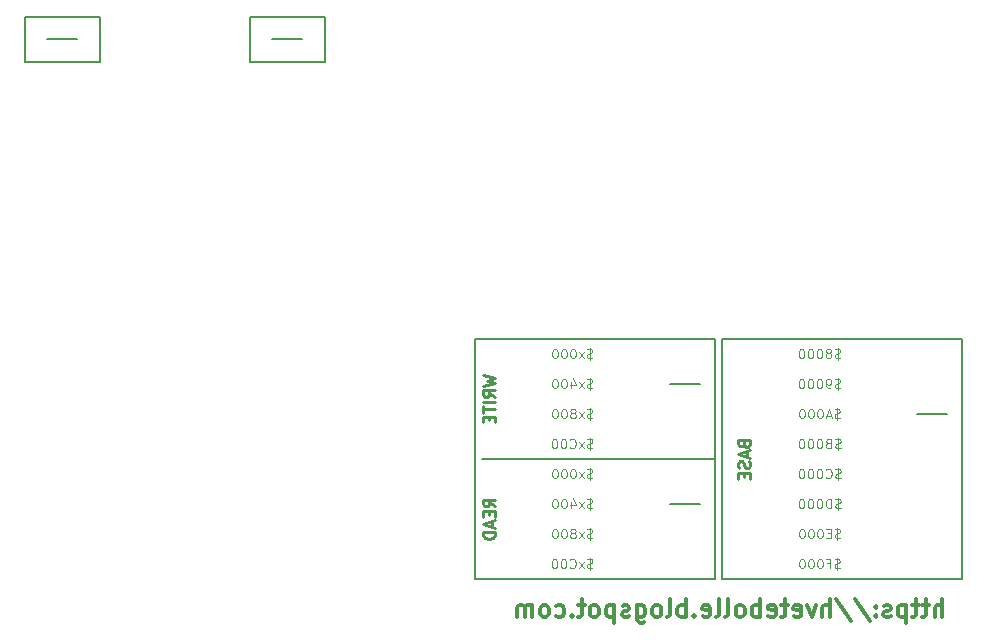
<source format=gbo>
G04 #@! TF.FileFunction,Legend,Bot*
%FSLAX46Y46*%
G04 Gerber Fmt 4.6, Leading zero omitted, Abs format (unit mm)*
G04 Created by KiCad (PCBNEW 4.0.7) date 06/26/19 17:32:02*
%MOMM*%
%LPD*%
G01*
G04 APERTURE LIST*
%ADD10C,0.100000*%
%ADD11C,0.200000*%
%ADD12C,0.250000*%
%ADD13C,0.300000*%
G04 APERTURE END LIST*
D10*
D11*
X93980000Y-90805000D02*
X96520000Y-90805000D01*
X92075000Y-92710000D02*
X92075000Y-88900000D01*
X98425000Y-92710000D02*
X92075000Y-92710000D01*
X98425000Y-88900000D02*
X98425000Y-92710000D01*
X92075000Y-88900000D02*
X98425000Y-88900000D01*
X113030000Y-90805000D02*
X115570000Y-90805000D01*
X111125000Y-88900000D02*
X111125000Y-92710000D01*
X117475000Y-88900000D02*
X111125000Y-88900000D01*
X117475000Y-92710000D02*
X117475000Y-88900000D01*
X111125000Y-92710000D02*
X117475000Y-92710000D01*
X130810000Y-126365000D02*
X150495000Y-126365000D01*
D12*
X131897381Y-130373572D02*
X131421190Y-130040238D01*
X131897381Y-129802143D02*
X130897381Y-129802143D01*
X130897381Y-130183096D01*
X130945000Y-130278334D01*
X130992619Y-130325953D01*
X131087857Y-130373572D01*
X131230714Y-130373572D01*
X131325952Y-130325953D01*
X131373571Y-130278334D01*
X131421190Y-130183096D01*
X131421190Y-129802143D01*
X131373571Y-130802143D02*
X131373571Y-131135477D01*
X131897381Y-131278334D02*
X131897381Y-130802143D01*
X130897381Y-130802143D01*
X130897381Y-131278334D01*
X131611667Y-131659286D02*
X131611667Y-132135477D01*
X131897381Y-131564048D02*
X130897381Y-131897381D01*
X131897381Y-132230715D01*
X131897381Y-132564048D02*
X130897381Y-132564048D01*
X130897381Y-132802143D01*
X130945000Y-132945001D01*
X131040238Y-133040239D01*
X131135476Y-133087858D01*
X131325952Y-133135477D01*
X131468810Y-133135477D01*
X131659286Y-133087858D01*
X131754524Y-133040239D01*
X131849762Y-132945001D01*
X131897381Y-132802143D01*
X131897381Y-132564048D01*
X130897381Y-119285000D02*
X131897381Y-119523095D01*
X131183095Y-119713572D01*
X131897381Y-119904048D01*
X130897381Y-120142143D01*
X131897381Y-121094524D02*
X131421190Y-120761190D01*
X131897381Y-120523095D02*
X130897381Y-120523095D01*
X130897381Y-120904048D01*
X130945000Y-120999286D01*
X130992619Y-121046905D01*
X131087857Y-121094524D01*
X131230714Y-121094524D01*
X131325952Y-121046905D01*
X131373571Y-120999286D01*
X131421190Y-120904048D01*
X131421190Y-120523095D01*
X131897381Y-121523095D02*
X130897381Y-121523095D01*
X130897381Y-121856428D02*
X130897381Y-122427857D01*
X131897381Y-122142142D02*
X130897381Y-122142142D01*
X131373571Y-122761190D02*
X131373571Y-123094524D01*
X131897381Y-123237381D02*
X131897381Y-122761190D01*
X130897381Y-122761190D01*
X130897381Y-123237381D01*
X152963571Y-125079286D02*
X153011190Y-125222143D01*
X153058810Y-125269762D01*
X153154048Y-125317381D01*
X153296905Y-125317381D01*
X153392143Y-125269762D01*
X153439762Y-125222143D01*
X153487381Y-125126905D01*
X153487381Y-124745952D01*
X152487381Y-124745952D01*
X152487381Y-125079286D01*
X152535000Y-125174524D01*
X152582619Y-125222143D01*
X152677857Y-125269762D01*
X152773095Y-125269762D01*
X152868333Y-125222143D01*
X152915952Y-125174524D01*
X152963571Y-125079286D01*
X152963571Y-124745952D01*
X153201667Y-125698333D02*
X153201667Y-126174524D01*
X153487381Y-125603095D02*
X152487381Y-125936428D01*
X153487381Y-126269762D01*
X153439762Y-126555476D02*
X153487381Y-126698333D01*
X153487381Y-126936429D01*
X153439762Y-127031667D01*
X153392143Y-127079286D01*
X153296905Y-127126905D01*
X153201667Y-127126905D01*
X153106429Y-127079286D01*
X153058810Y-127031667D01*
X153011190Y-126936429D01*
X152963571Y-126745952D01*
X152915952Y-126650714D01*
X152868333Y-126603095D01*
X152773095Y-126555476D01*
X152677857Y-126555476D01*
X152582619Y-126603095D01*
X152535000Y-126650714D01*
X152487381Y-126745952D01*
X152487381Y-126984048D01*
X152535000Y-127126905D01*
X152963571Y-127555476D02*
X152963571Y-127888810D01*
X153487381Y-128031667D02*
X153487381Y-127555476D01*
X152487381Y-127555476D01*
X152487381Y-128031667D01*
D11*
X150495000Y-116205000D02*
X130175000Y-116205000D01*
X150495000Y-136525000D02*
X130175000Y-136525000D01*
X171450000Y-136525000D02*
X151130000Y-136525000D01*
X171450000Y-116205000D02*
X171450000Y-136525000D01*
X151130000Y-116205000D02*
X171450000Y-116205000D01*
X151130000Y-136525000D02*
X151130000Y-116205000D01*
X150495000Y-116205000D02*
X150495000Y-136525000D01*
X130175000Y-136525000D02*
X130175000Y-116205000D01*
X171450000Y-116205000D02*
X171450000Y-136525000D01*
X146685000Y-130175000D02*
X149225000Y-130175000D01*
X146685000Y-120015000D02*
X149225000Y-120015000D01*
X167640000Y-122555000D02*
X170180000Y-122555000D01*
D10*
X140144286Y-135578810D02*
X140030000Y-135616905D01*
X139839524Y-135616905D01*
X139763334Y-135578810D01*
X139725238Y-135540714D01*
X139687143Y-135464524D01*
X139687143Y-135388333D01*
X139725238Y-135312143D01*
X139763334Y-135274048D01*
X139839524Y-135235952D01*
X139991905Y-135197857D01*
X140068096Y-135159762D01*
X140106191Y-135121667D01*
X140144286Y-135045476D01*
X140144286Y-134969286D01*
X140106191Y-134893095D01*
X140068096Y-134855000D01*
X139991905Y-134816905D01*
X139801429Y-134816905D01*
X139687143Y-134855000D01*
X139915715Y-134702619D02*
X139915715Y-135731190D01*
X139420476Y-135616905D02*
X139001429Y-135083571D01*
X139420476Y-135083571D02*
X139001429Y-135616905D01*
X138239524Y-135540714D02*
X138277619Y-135578810D01*
X138391905Y-135616905D01*
X138468095Y-135616905D01*
X138582381Y-135578810D01*
X138658572Y-135502619D01*
X138696667Y-135426429D01*
X138734762Y-135274048D01*
X138734762Y-135159762D01*
X138696667Y-135007381D01*
X138658572Y-134931190D01*
X138582381Y-134855000D01*
X138468095Y-134816905D01*
X138391905Y-134816905D01*
X138277619Y-134855000D01*
X138239524Y-134893095D01*
X137744286Y-134816905D02*
X137668095Y-134816905D01*
X137591905Y-134855000D01*
X137553810Y-134893095D01*
X137515714Y-134969286D01*
X137477619Y-135121667D01*
X137477619Y-135312143D01*
X137515714Y-135464524D01*
X137553810Y-135540714D01*
X137591905Y-135578810D01*
X137668095Y-135616905D01*
X137744286Y-135616905D01*
X137820476Y-135578810D01*
X137858572Y-135540714D01*
X137896667Y-135464524D01*
X137934762Y-135312143D01*
X137934762Y-135121667D01*
X137896667Y-134969286D01*
X137858572Y-134893095D01*
X137820476Y-134855000D01*
X137744286Y-134816905D01*
X136982381Y-134816905D02*
X136906190Y-134816905D01*
X136830000Y-134855000D01*
X136791905Y-134893095D01*
X136753809Y-134969286D01*
X136715714Y-135121667D01*
X136715714Y-135312143D01*
X136753809Y-135464524D01*
X136791905Y-135540714D01*
X136830000Y-135578810D01*
X136906190Y-135616905D01*
X136982381Y-135616905D01*
X137058571Y-135578810D01*
X137096667Y-135540714D01*
X137134762Y-135464524D01*
X137172857Y-135312143D01*
X137172857Y-135121667D01*
X137134762Y-134969286D01*
X137096667Y-134893095D01*
X137058571Y-134855000D01*
X136982381Y-134816905D01*
X140125238Y-133038810D02*
X140010952Y-133076905D01*
X139820476Y-133076905D01*
X139744286Y-133038810D01*
X139706190Y-133000714D01*
X139668095Y-132924524D01*
X139668095Y-132848333D01*
X139706190Y-132772143D01*
X139744286Y-132734048D01*
X139820476Y-132695952D01*
X139972857Y-132657857D01*
X140049048Y-132619762D01*
X140087143Y-132581667D01*
X140125238Y-132505476D01*
X140125238Y-132429286D01*
X140087143Y-132353095D01*
X140049048Y-132315000D01*
X139972857Y-132276905D01*
X139782381Y-132276905D01*
X139668095Y-132315000D01*
X139896667Y-132162619D02*
X139896667Y-133191190D01*
X139401428Y-133076905D02*
X138982381Y-132543571D01*
X139401428Y-132543571D02*
X138982381Y-133076905D01*
X138563333Y-132619762D02*
X138639524Y-132581667D01*
X138677619Y-132543571D01*
X138715714Y-132467381D01*
X138715714Y-132429286D01*
X138677619Y-132353095D01*
X138639524Y-132315000D01*
X138563333Y-132276905D01*
X138410952Y-132276905D01*
X138334762Y-132315000D01*
X138296666Y-132353095D01*
X138258571Y-132429286D01*
X138258571Y-132467381D01*
X138296666Y-132543571D01*
X138334762Y-132581667D01*
X138410952Y-132619762D01*
X138563333Y-132619762D01*
X138639524Y-132657857D01*
X138677619Y-132695952D01*
X138715714Y-132772143D01*
X138715714Y-132924524D01*
X138677619Y-133000714D01*
X138639524Y-133038810D01*
X138563333Y-133076905D01*
X138410952Y-133076905D01*
X138334762Y-133038810D01*
X138296666Y-133000714D01*
X138258571Y-132924524D01*
X138258571Y-132772143D01*
X138296666Y-132695952D01*
X138334762Y-132657857D01*
X138410952Y-132619762D01*
X137763333Y-132276905D02*
X137687142Y-132276905D01*
X137610952Y-132315000D01*
X137572857Y-132353095D01*
X137534761Y-132429286D01*
X137496666Y-132581667D01*
X137496666Y-132772143D01*
X137534761Y-132924524D01*
X137572857Y-133000714D01*
X137610952Y-133038810D01*
X137687142Y-133076905D01*
X137763333Y-133076905D01*
X137839523Y-133038810D01*
X137877619Y-133000714D01*
X137915714Y-132924524D01*
X137953809Y-132772143D01*
X137953809Y-132581667D01*
X137915714Y-132429286D01*
X137877619Y-132353095D01*
X137839523Y-132315000D01*
X137763333Y-132276905D01*
X137001428Y-132276905D02*
X136925237Y-132276905D01*
X136849047Y-132315000D01*
X136810952Y-132353095D01*
X136772856Y-132429286D01*
X136734761Y-132581667D01*
X136734761Y-132772143D01*
X136772856Y-132924524D01*
X136810952Y-133000714D01*
X136849047Y-133038810D01*
X136925237Y-133076905D01*
X137001428Y-133076905D01*
X137077618Y-133038810D01*
X137115714Y-133000714D01*
X137153809Y-132924524D01*
X137191904Y-132772143D01*
X137191904Y-132581667D01*
X137153809Y-132429286D01*
X137115714Y-132353095D01*
X137077618Y-132315000D01*
X137001428Y-132276905D01*
X140125238Y-130498810D02*
X140010952Y-130536905D01*
X139820476Y-130536905D01*
X139744286Y-130498810D01*
X139706190Y-130460714D01*
X139668095Y-130384524D01*
X139668095Y-130308333D01*
X139706190Y-130232143D01*
X139744286Y-130194048D01*
X139820476Y-130155952D01*
X139972857Y-130117857D01*
X140049048Y-130079762D01*
X140087143Y-130041667D01*
X140125238Y-129965476D01*
X140125238Y-129889286D01*
X140087143Y-129813095D01*
X140049048Y-129775000D01*
X139972857Y-129736905D01*
X139782381Y-129736905D01*
X139668095Y-129775000D01*
X139896667Y-129622619D02*
X139896667Y-130651190D01*
X139401428Y-130536905D02*
X138982381Y-130003571D01*
X139401428Y-130003571D02*
X138982381Y-130536905D01*
X138334762Y-130003571D02*
X138334762Y-130536905D01*
X138525238Y-129698810D02*
X138715714Y-130270238D01*
X138220476Y-130270238D01*
X137763333Y-129736905D02*
X137687142Y-129736905D01*
X137610952Y-129775000D01*
X137572857Y-129813095D01*
X137534761Y-129889286D01*
X137496666Y-130041667D01*
X137496666Y-130232143D01*
X137534761Y-130384524D01*
X137572857Y-130460714D01*
X137610952Y-130498810D01*
X137687142Y-130536905D01*
X137763333Y-130536905D01*
X137839523Y-130498810D01*
X137877619Y-130460714D01*
X137915714Y-130384524D01*
X137953809Y-130232143D01*
X137953809Y-130041667D01*
X137915714Y-129889286D01*
X137877619Y-129813095D01*
X137839523Y-129775000D01*
X137763333Y-129736905D01*
X137001428Y-129736905D02*
X136925237Y-129736905D01*
X136849047Y-129775000D01*
X136810952Y-129813095D01*
X136772856Y-129889286D01*
X136734761Y-130041667D01*
X136734761Y-130232143D01*
X136772856Y-130384524D01*
X136810952Y-130460714D01*
X136849047Y-130498810D01*
X136925237Y-130536905D01*
X137001428Y-130536905D01*
X137077618Y-130498810D01*
X137115714Y-130460714D01*
X137153809Y-130384524D01*
X137191904Y-130232143D01*
X137191904Y-130041667D01*
X137153809Y-129889286D01*
X137115714Y-129813095D01*
X137077618Y-129775000D01*
X137001428Y-129736905D01*
X140144286Y-125418810D02*
X140030000Y-125456905D01*
X139839524Y-125456905D01*
X139763334Y-125418810D01*
X139725238Y-125380714D01*
X139687143Y-125304524D01*
X139687143Y-125228333D01*
X139725238Y-125152143D01*
X139763334Y-125114048D01*
X139839524Y-125075952D01*
X139991905Y-125037857D01*
X140068096Y-124999762D01*
X140106191Y-124961667D01*
X140144286Y-124885476D01*
X140144286Y-124809286D01*
X140106191Y-124733095D01*
X140068096Y-124695000D01*
X139991905Y-124656905D01*
X139801429Y-124656905D01*
X139687143Y-124695000D01*
X139915715Y-124542619D02*
X139915715Y-125571190D01*
X139420476Y-125456905D02*
X139001429Y-124923571D01*
X139420476Y-124923571D02*
X139001429Y-125456905D01*
X138239524Y-125380714D02*
X138277619Y-125418810D01*
X138391905Y-125456905D01*
X138468095Y-125456905D01*
X138582381Y-125418810D01*
X138658572Y-125342619D01*
X138696667Y-125266429D01*
X138734762Y-125114048D01*
X138734762Y-124999762D01*
X138696667Y-124847381D01*
X138658572Y-124771190D01*
X138582381Y-124695000D01*
X138468095Y-124656905D01*
X138391905Y-124656905D01*
X138277619Y-124695000D01*
X138239524Y-124733095D01*
X137744286Y-124656905D02*
X137668095Y-124656905D01*
X137591905Y-124695000D01*
X137553810Y-124733095D01*
X137515714Y-124809286D01*
X137477619Y-124961667D01*
X137477619Y-125152143D01*
X137515714Y-125304524D01*
X137553810Y-125380714D01*
X137591905Y-125418810D01*
X137668095Y-125456905D01*
X137744286Y-125456905D01*
X137820476Y-125418810D01*
X137858572Y-125380714D01*
X137896667Y-125304524D01*
X137934762Y-125152143D01*
X137934762Y-124961667D01*
X137896667Y-124809286D01*
X137858572Y-124733095D01*
X137820476Y-124695000D01*
X137744286Y-124656905D01*
X136982381Y-124656905D02*
X136906190Y-124656905D01*
X136830000Y-124695000D01*
X136791905Y-124733095D01*
X136753809Y-124809286D01*
X136715714Y-124961667D01*
X136715714Y-125152143D01*
X136753809Y-125304524D01*
X136791905Y-125380714D01*
X136830000Y-125418810D01*
X136906190Y-125456905D01*
X136982381Y-125456905D01*
X137058571Y-125418810D01*
X137096667Y-125380714D01*
X137134762Y-125304524D01*
X137172857Y-125152143D01*
X137172857Y-124961667D01*
X137134762Y-124809286D01*
X137096667Y-124733095D01*
X137058571Y-124695000D01*
X136982381Y-124656905D01*
X140125238Y-122878810D02*
X140010952Y-122916905D01*
X139820476Y-122916905D01*
X139744286Y-122878810D01*
X139706190Y-122840714D01*
X139668095Y-122764524D01*
X139668095Y-122688333D01*
X139706190Y-122612143D01*
X139744286Y-122574048D01*
X139820476Y-122535952D01*
X139972857Y-122497857D01*
X140049048Y-122459762D01*
X140087143Y-122421667D01*
X140125238Y-122345476D01*
X140125238Y-122269286D01*
X140087143Y-122193095D01*
X140049048Y-122155000D01*
X139972857Y-122116905D01*
X139782381Y-122116905D01*
X139668095Y-122155000D01*
X139896667Y-122002619D02*
X139896667Y-123031190D01*
X139401428Y-122916905D02*
X138982381Y-122383571D01*
X139401428Y-122383571D02*
X138982381Y-122916905D01*
X138563333Y-122459762D02*
X138639524Y-122421667D01*
X138677619Y-122383571D01*
X138715714Y-122307381D01*
X138715714Y-122269286D01*
X138677619Y-122193095D01*
X138639524Y-122155000D01*
X138563333Y-122116905D01*
X138410952Y-122116905D01*
X138334762Y-122155000D01*
X138296666Y-122193095D01*
X138258571Y-122269286D01*
X138258571Y-122307381D01*
X138296666Y-122383571D01*
X138334762Y-122421667D01*
X138410952Y-122459762D01*
X138563333Y-122459762D01*
X138639524Y-122497857D01*
X138677619Y-122535952D01*
X138715714Y-122612143D01*
X138715714Y-122764524D01*
X138677619Y-122840714D01*
X138639524Y-122878810D01*
X138563333Y-122916905D01*
X138410952Y-122916905D01*
X138334762Y-122878810D01*
X138296666Y-122840714D01*
X138258571Y-122764524D01*
X138258571Y-122612143D01*
X138296666Y-122535952D01*
X138334762Y-122497857D01*
X138410952Y-122459762D01*
X137763333Y-122116905D02*
X137687142Y-122116905D01*
X137610952Y-122155000D01*
X137572857Y-122193095D01*
X137534761Y-122269286D01*
X137496666Y-122421667D01*
X137496666Y-122612143D01*
X137534761Y-122764524D01*
X137572857Y-122840714D01*
X137610952Y-122878810D01*
X137687142Y-122916905D01*
X137763333Y-122916905D01*
X137839523Y-122878810D01*
X137877619Y-122840714D01*
X137915714Y-122764524D01*
X137953809Y-122612143D01*
X137953809Y-122421667D01*
X137915714Y-122269286D01*
X137877619Y-122193095D01*
X137839523Y-122155000D01*
X137763333Y-122116905D01*
X137001428Y-122116905D02*
X136925237Y-122116905D01*
X136849047Y-122155000D01*
X136810952Y-122193095D01*
X136772856Y-122269286D01*
X136734761Y-122421667D01*
X136734761Y-122612143D01*
X136772856Y-122764524D01*
X136810952Y-122840714D01*
X136849047Y-122878810D01*
X136925237Y-122916905D01*
X137001428Y-122916905D01*
X137077618Y-122878810D01*
X137115714Y-122840714D01*
X137153809Y-122764524D01*
X137191904Y-122612143D01*
X137191904Y-122421667D01*
X137153809Y-122269286D01*
X137115714Y-122193095D01*
X137077618Y-122155000D01*
X137001428Y-122116905D01*
X140125238Y-120338810D02*
X140010952Y-120376905D01*
X139820476Y-120376905D01*
X139744286Y-120338810D01*
X139706190Y-120300714D01*
X139668095Y-120224524D01*
X139668095Y-120148333D01*
X139706190Y-120072143D01*
X139744286Y-120034048D01*
X139820476Y-119995952D01*
X139972857Y-119957857D01*
X140049048Y-119919762D01*
X140087143Y-119881667D01*
X140125238Y-119805476D01*
X140125238Y-119729286D01*
X140087143Y-119653095D01*
X140049048Y-119615000D01*
X139972857Y-119576905D01*
X139782381Y-119576905D01*
X139668095Y-119615000D01*
X139896667Y-119462619D02*
X139896667Y-120491190D01*
X139401428Y-120376905D02*
X138982381Y-119843571D01*
X139401428Y-119843571D02*
X138982381Y-120376905D01*
X138334762Y-119843571D02*
X138334762Y-120376905D01*
X138525238Y-119538810D02*
X138715714Y-120110238D01*
X138220476Y-120110238D01*
X137763333Y-119576905D02*
X137687142Y-119576905D01*
X137610952Y-119615000D01*
X137572857Y-119653095D01*
X137534761Y-119729286D01*
X137496666Y-119881667D01*
X137496666Y-120072143D01*
X137534761Y-120224524D01*
X137572857Y-120300714D01*
X137610952Y-120338810D01*
X137687142Y-120376905D01*
X137763333Y-120376905D01*
X137839523Y-120338810D01*
X137877619Y-120300714D01*
X137915714Y-120224524D01*
X137953809Y-120072143D01*
X137953809Y-119881667D01*
X137915714Y-119729286D01*
X137877619Y-119653095D01*
X137839523Y-119615000D01*
X137763333Y-119576905D01*
X137001428Y-119576905D02*
X136925237Y-119576905D01*
X136849047Y-119615000D01*
X136810952Y-119653095D01*
X136772856Y-119729286D01*
X136734761Y-119881667D01*
X136734761Y-120072143D01*
X136772856Y-120224524D01*
X136810952Y-120300714D01*
X136849047Y-120338810D01*
X136925237Y-120376905D01*
X137001428Y-120376905D01*
X137077618Y-120338810D01*
X137115714Y-120300714D01*
X137153809Y-120224524D01*
X137191904Y-120072143D01*
X137191904Y-119881667D01*
X137153809Y-119729286D01*
X137115714Y-119653095D01*
X137077618Y-119615000D01*
X137001428Y-119576905D01*
X140125238Y-127958810D02*
X140010952Y-127996905D01*
X139820476Y-127996905D01*
X139744286Y-127958810D01*
X139706190Y-127920714D01*
X139668095Y-127844524D01*
X139668095Y-127768333D01*
X139706190Y-127692143D01*
X139744286Y-127654048D01*
X139820476Y-127615952D01*
X139972857Y-127577857D01*
X140049048Y-127539762D01*
X140087143Y-127501667D01*
X140125238Y-127425476D01*
X140125238Y-127349286D01*
X140087143Y-127273095D01*
X140049048Y-127235000D01*
X139972857Y-127196905D01*
X139782381Y-127196905D01*
X139668095Y-127235000D01*
X139896667Y-127082619D02*
X139896667Y-128111190D01*
X139401428Y-127996905D02*
X138982381Y-127463571D01*
X139401428Y-127463571D02*
X138982381Y-127996905D01*
X138525238Y-127196905D02*
X138449047Y-127196905D01*
X138372857Y-127235000D01*
X138334762Y-127273095D01*
X138296666Y-127349286D01*
X138258571Y-127501667D01*
X138258571Y-127692143D01*
X138296666Y-127844524D01*
X138334762Y-127920714D01*
X138372857Y-127958810D01*
X138449047Y-127996905D01*
X138525238Y-127996905D01*
X138601428Y-127958810D01*
X138639524Y-127920714D01*
X138677619Y-127844524D01*
X138715714Y-127692143D01*
X138715714Y-127501667D01*
X138677619Y-127349286D01*
X138639524Y-127273095D01*
X138601428Y-127235000D01*
X138525238Y-127196905D01*
X137763333Y-127196905D02*
X137687142Y-127196905D01*
X137610952Y-127235000D01*
X137572857Y-127273095D01*
X137534761Y-127349286D01*
X137496666Y-127501667D01*
X137496666Y-127692143D01*
X137534761Y-127844524D01*
X137572857Y-127920714D01*
X137610952Y-127958810D01*
X137687142Y-127996905D01*
X137763333Y-127996905D01*
X137839523Y-127958810D01*
X137877619Y-127920714D01*
X137915714Y-127844524D01*
X137953809Y-127692143D01*
X137953809Y-127501667D01*
X137915714Y-127349286D01*
X137877619Y-127273095D01*
X137839523Y-127235000D01*
X137763333Y-127196905D01*
X137001428Y-127196905D02*
X136925237Y-127196905D01*
X136849047Y-127235000D01*
X136810952Y-127273095D01*
X136772856Y-127349286D01*
X136734761Y-127501667D01*
X136734761Y-127692143D01*
X136772856Y-127844524D01*
X136810952Y-127920714D01*
X136849047Y-127958810D01*
X136925237Y-127996905D01*
X137001428Y-127996905D01*
X137077618Y-127958810D01*
X137115714Y-127920714D01*
X137153809Y-127844524D01*
X137191904Y-127692143D01*
X137191904Y-127501667D01*
X137153809Y-127349286D01*
X137115714Y-127273095D01*
X137077618Y-127235000D01*
X137001428Y-127196905D01*
X140125238Y-117798810D02*
X140010952Y-117836905D01*
X139820476Y-117836905D01*
X139744286Y-117798810D01*
X139706190Y-117760714D01*
X139668095Y-117684524D01*
X139668095Y-117608333D01*
X139706190Y-117532143D01*
X139744286Y-117494048D01*
X139820476Y-117455952D01*
X139972857Y-117417857D01*
X140049048Y-117379762D01*
X140087143Y-117341667D01*
X140125238Y-117265476D01*
X140125238Y-117189286D01*
X140087143Y-117113095D01*
X140049048Y-117075000D01*
X139972857Y-117036905D01*
X139782381Y-117036905D01*
X139668095Y-117075000D01*
X139896667Y-116922619D02*
X139896667Y-117951190D01*
X139401428Y-117836905D02*
X138982381Y-117303571D01*
X139401428Y-117303571D02*
X138982381Y-117836905D01*
X138525238Y-117036905D02*
X138449047Y-117036905D01*
X138372857Y-117075000D01*
X138334762Y-117113095D01*
X138296666Y-117189286D01*
X138258571Y-117341667D01*
X138258571Y-117532143D01*
X138296666Y-117684524D01*
X138334762Y-117760714D01*
X138372857Y-117798810D01*
X138449047Y-117836905D01*
X138525238Y-117836905D01*
X138601428Y-117798810D01*
X138639524Y-117760714D01*
X138677619Y-117684524D01*
X138715714Y-117532143D01*
X138715714Y-117341667D01*
X138677619Y-117189286D01*
X138639524Y-117113095D01*
X138601428Y-117075000D01*
X138525238Y-117036905D01*
X137763333Y-117036905D02*
X137687142Y-117036905D01*
X137610952Y-117075000D01*
X137572857Y-117113095D01*
X137534761Y-117189286D01*
X137496666Y-117341667D01*
X137496666Y-117532143D01*
X137534761Y-117684524D01*
X137572857Y-117760714D01*
X137610952Y-117798810D01*
X137687142Y-117836905D01*
X137763333Y-117836905D01*
X137839523Y-117798810D01*
X137877619Y-117760714D01*
X137915714Y-117684524D01*
X137953809Y-117532143D01*
X137953809Y-117341667D01*
X137915714Y-117189286D01*
X137877619Y-117113095D01*
X137839523Y-117075000D01*
X137763333Y-117036905D01*
X137001428Y-117036905D02*
X136925237Y-117036905D01*
X136849047Y-117075000D01*
X136810952Y-117113095D01*
X136772856Y-117189286D01*
X136734761Y-117341667D01*
X136734761Y-117532143D01*
X136772856Y-117684524D01*
X136810952Y-117760714D01*
X136849047Y-117798810D01*
X136925237Y-117836905D01*
X137001428Y-117836905D01*
X137077618Y-117798810D01*
X137115714Y-117760714D01*
X137153809Y-117684524D01*
X137191904Y-117532143D01*
X137191904Y-117341667D01*
X137153809Y-117189286D01*
X137115714Y-117113095D01*
X137077618Y-117075000D01*
X137001428Y-117036905D01*
X161099286Y-135578810D02*
X160985000Y-135616905D01*
X160794524Y-135616905D01*
X160718334Y-135578810D01*
X160680238Y-135540714D01*
X160642143Y-135464524D01*
X160642143Y-135388333D01*
X160680238Y-135312143D01*
X160718334Y-135274048D01*
X160794524Y-135235952D01*
X160946905Y-135197857D01*
X161023096Y-135159762D01*
X161061191Y-135121667D01*
X161099286Y-135045476D01*
X161099286Y-134969286D01*
X161061191Y-134893095D01*
X161023096Y-134855000D01*
X160946905Y-134816905D01*
X160756429Y-134816905D01*
X160642143Y-134855000D01*
X160870715Y-134702619D02*
X160870715Y-135731190D01*
X160032619Y-135197857D02*
X160299286Y-135197857D01*
X160299286Y-135616905D02*
X160299286Y-134816905D01*
X159918333Y-134816905D01*
X159461191Y-134816905D02*
X159385000Y-134816905D01*
X159308810Y-134855000D01*
X159270715Y-134893095D01*
X159232619Y-134969286D01*
X159194524Y-135121667D01*
X159194524Y-135312143D01*
X159232619Y-135464524D01*
X159270715Y-135540714D01*
X159308810Y-135578810D01*
X159385000Y-135616905D01*
X159461191Y-135616905D01*
X159537381Y-135578810D01*
X159575477Y-135540714D01*
X159613572Y-135464524D01*
X159651667Y-135312143D01*
X159651667Y-135121667D01*
X159613572Y-134969286D01*
X159575477Y-134893095D01*
X159537381Y-134855000D01*
X159461191Y-134816905D01*
X158699286Y-134816905D02*
X158623095Y-134816905D01*
X158546905Y-134855000D01*
X158508810Y-134893095D01*
X158470714Y-134969286D01*
X158432619Y-135121667D01*
X158432619Y-135312143D01*
X158470714Y-135464524D01*
X158508810Y-135540714D01*
X158546905Y-135578810D01*
X158623095Y-135616905D01*
X158699286Y-135616905D01*
X158775476Y-135578810D01*
X158813572Y-135540714D01*
X158851667Y-135464524D01*
X158889762Y-135312143D01*
X158889762Y-135121667D01*
X158851667Y-134969286D01*
X158813572Y-134893095D01*
X158775476Y-134855000D01*
X158699286Y-134816905D01*
X157937381Y-134816905D02*
X157861190Y-134816905D01*
X157785000Y-134855000D01*
X157746905Y-134893095D01*
X157708809Y-134969286D01*
X157670714Y-135121667D01*
X157670714Y-135312143D01*
X157708809Y-135464524D01*
X157746905Y-135540714D01*
X157785000Y-135578810D01*
X157861190Y-135616905D01*
X157937381Y-135616905D01*
X158013571Y-135578810D01*
X158051667Y-135540714D01*
X158089762Y-135464524D01*
X158127857Y-135312143D01*
X158127857Y-135121667D01*
X158089762Y-134969286D01*
X158051667Y-134893095D01*
X158013571Y-134855000D01*
X157937381Y-134816905D01*
X161118334Y-133038810D02*
X161004048Y-133076905D01*
X160813572Y-133076905D01*
X160737382Y-133038810D01*
X160699286Y-133000714D01*
X160661191Y-132924524D01*
X160661191Y-132848333D01*
X160699286Y-132772143D01*
X160737382Y-132734048D01*
X160813572Y-132695952D01*
X160965953Y-132657857D01*
X161042144Y-132619762D01*
X161080239Y-132581667D01*
X161118334Y-132505476D01*
X161118334Y-132429286D01*
X161080239Y-132353095D01*
X161042144Y-132315000D01*
X160965953Y-132276905D01*
X160775477Y-132276905D01*
X160661191Y-132315000D01*
X160889763Y-132162619D02*
X160889763Y-133191190D01*
X160318334Y-132657857D02*
X160051667Y-132657857D01*
X159937381Y-133076905D02*
X160318334Y-133076905D01*
X160318334Y-132276905D01*
X159937381Y-132276905D01*
X159442143Y-132276905D02*
X159365952Y-132276905D01*
X159289762Y-132315000D01*
X159251667Y-132353095D01*
X159213571Y-132429286D01*
X159175476Y-132581667D01*
X159175476Y-132772143D01*
X159213571Y-132924524D01*
X159251667Y-133000714D01*
X159289762Y-133038810D01*
X159365952Y-133076905D01*
X159442143Y-133076905D01*
X159518333Y-133038810D01*
X159556429Y-133000714D01*
X159594524Y-132924524D01*
X159632619Y-132772143D01*
X159632619Y-132581667D01*
X159594524Y-132429286D01*
X159556429Y-132353095D01*
X159518333Y-132315000D01*
X159442143Y-132276905D01*
X158680238Y-132276905D02*
X158604047Y-132276905D01*
X158527857Y-132315000D01*
X158489762Y-132353095D01*
X158451666Y-132429286D01*
X158413571Y-132581667D01*
X158413571Y-132772143D01*
X158451666Y-132924524D01*
X158489762Y-133000714D01*
X158527857Y-133038810D01*
X158604047Y-133076905D01*
X158680238Y-133076905D01*
X158756428Y-133038810D01*
X158794524Y-133000714D01*
X158832619Y-132924524D01*
X158870714Y-132772143D01*
X158870714Y-132581667D01*
X158832619Y-132429286D01*
X158794524Y-132353095D01*
X158756428Y-132315000D01*
X158680238Y-132276905D01*
X157918333Y-132276905D02*
X157842142Y-132276905D01*
X157765952Y-132315000D01*
X157727857Y-132353095D01*
X157689761Y-132429286D01*
X157651666Y-132581667D01*
X157651666Y-132772143D01*
X157689761Y-132924524D01*
X157727857Y-133000714D01*
X157765952Y-133038810D01*
X157842142Y-133076905D01*
X157918333Y-133076905D01*
X157994523Y-133038810D01*
X158032619Y-133000714D01*
X158070714Y-132924524D01*
X158108809Y-132772143D01*
X158108809Y-132581667D01*
X158070714Y-132429286D01*
X158032619Y-132353095D01*
X157994523Y-132315000D01*
X157918333Y-132276905D01*
X161156429Y-130498810D02*
X161042143Y-130536905D01*
X160851667Y-130536905D01*
X160775477Y-130498810D01*
X160737381Y-130460714D01*
X160699286Y-130384524D01*
X160699286Y-130308333D01*
X160737381Y-130232143D01*
X160775477Y-130194048D01*
X160851667Y-130155952D01*
X161004048Y-130117857D01*
X161080239Y-130079762D01*
X161118334Y-130041667D01*
X161156429Y-129965476D01*
X161156429Y-129889286D01*
X161118334Y-129813095D01*
X161080239Y-129775000D01*
X161004048Y-129736905D01*
X160813572Y-129736905D01*
X160699286Y-129775000D01*
X160927858Y-129622619D02*
X160927858Y-130651190D01*
X160356429Y-130536905D02*
X160356429Y-129736905D01*
X160165953Y-129736905D01*
X160051667Y-129775000D01*
X159975476Y-129851190D01*
X159937381Y-129927381D01*
X159899286Y-130079762D01*
X159899286Y-130194048D01*
X159937381Y-130346429D01*
X159975476Y-130422619D01*
X160051667Y-130498810D01*
X160165953Y-130536905D01*
X160356429Y-130536905D01*
X159404048Y-129736905D02*
X159327857Y-129736905D01*
X159251667Y-129775000D01*
X159213572Y-129813095D01*
X159175476Y-129889286D01*
X159137381Y-130041667D01*
X159137381Y-130232143D01*
X159175476Y-130384524D01*
X159213572Y-130460714D01*
X159251667Y-130498810D01*
X159327857Y-130536905D01*
X159404048Y-130536905D01*
X159480238Y-130498810D01*
X159518334Y-130460714D01*
X159556429Y-130384524D01*
X159594524Y-130232143D01*
X159594524Y-130041667D01*
X159556429Y-129889286D01*
X159518334Y-129813095D01*
X159480238Y-129775000D01*
X159404048Y-129736905D01*
X158642143Y-129736905D02*
X158565952Y-129736905D01*
X158489762Y-129775000D01*
X158451667Y-129813095D01*
X158413571Y-129889286D01*
X158375476Y-130041667D01*
X158375476Y-130232143D01*
X158413571Y-130384524D01*
X158451667Y-130460714D01*
X158489762Y-130498810D01*
X158565952Y-130536905D01*
X158642143Y-130536905D01*
X158718333Y-130498810D01*
X158756429Y-130460714D01*
X158794524Y-130384524D01*
X158832619Y-130232143D01*
X158832619Y-130041667D01*
X158794524Y-129889286D01*
X158756429Y-129813095D01*
X158718333Y-129775000D01*
X158642143Y-129736905D01*
X157880238Y-129736905D02*
X157804047Y-129736905D01*
X157727857Y-129775000D01*
X157689762Y-129813095D01*
X157651666Y-129889286D01*
X157613571Y-130041667D01*
X157613571Y-130232143D01*
X157651666Y-130384524D01*
X157689762Y-130460714D01*
X157727857Y-130498810D01*
X157804047Y-130536905D01*
X157880238Y-130536905D01*
X157956428Y-130498810D01*
X157994524Y-130460714D01*
X158032619Y-130384524D01*
X158070714Y-130232143D01*
X158070714Y-130041667D01*
X158032619Y-129889286D01*
X157994524Y-129813095D01*
X157956428Y-129775000D01*
X157880238Y-129736905D01*
X161156429Y-127958810D02*
X161042143Y-127996905D01*
X160851667Y-127996905D01*
X160775477Y-127958810D01*
X160737381Y-127920714D01*
X160699286Y-127844524D01*
X160699286Y-127768333D01*
X160737381Y-127692143D01*
X160775477Y-127654048D01*
X160851667Y-127615952D01*
X161004048Y-127577857D01*
X161080239Y-127539762D01*
X161118334Y-127501667D01*
X161156429Y-127425476D01*
X161156429Y-127349286D01*
X161118334Y-127273095D01*
X161080239Y-127235000D01*
X161004048Y-127196905D01*
X160813572Y-127196905D01*
X160699286Y-127235000D01*
X160927858Y-127082619D02*
X160927858Y-128111190D01*
X159899286Y-127920714D02*
X159937381Y-127958810D01*
X160051667Y-127996905D01*
X160127857Y-127996905D01*
X160242143Y-127958810D01*
X160318334Y-127882619D01*
X160356429Y-127806429D01*
X160394524Y-127654048D01*
X160394524Y-127539762D01*
X160356429Y-127387381D01*
X160318334Y-127311190D01*
X160242143Y-127235000D01*
X160127857Y-127196905D01*
X160051667Y-127196905D01*
X159937381Y-127235000D01*
X159899286Y-127273095D01*
X159404048Y-127196905D02*
X159327857Y-127196905D01*
X159251667Y-127235000D01*
X159213572Y-127273095D01*
X159175476Y-127349286D01*
X159137381Y-127501667D01*
X159137381Y-127692143D01*
X159175476Y-127844524D01*
X159213572Y-127920714D01*
X159251667Y-127958810D01*
X159327857Y-127996905D01*
X159404048Y-127996905D01*
X159480238Y-127958810D01*
X159518334Y-127920714D01*
X159556429Y-127844524D01*
X159594524Y-127692143D01*
X159594524Y-127501667D01*
X159556429Y-127349286D01*
X159518334Y-127273095D01*
X159480238Y-127235000D01*
X159404048Y-127196905D01*
X158642143Y-127196905D02*
X158565952Y-127196905D01*
X158489762Y-127235000D01*
X158451667Y-127273095D01*
X158413571Y-127349286D01*
X158375476Y-127501667D01*
X158375476Y-127692143D01*
X158413571Y-127844524D01*
X158451667Y-127920714D01*
X158489762Y-127958810D01*
X158565952Y-127996905D01*
X158642143Y-127996905D01*
X158718333Y-127958810D01*
X158756429Y-127920714D01*
X158794524Y-127844524D01*
X158832619Y-127692143D01*
X158832619Y-127501667D01*
X158794524Y-127349286D01*
X158756429Y-127273095D01*
X158718333Y-127235000D01*
X158642143Y-127196905D01*
X157880238Y-127196905D02*
X157804047Y-127196905D01*
X157727857Y-127235000D01*
X157689762Y-127273095D01*
X157651666Y-127349286D01*
X157613571Y-127501667D01*
X157613571Y-127692143D01*
X157651666Y-127844524D01*
X157689762Y-127920714D01*
X157727857Y-127958810D01*
X157804047Y-127996905D01*
X157880238Y-127996905D01*
X157956428Y-127958810D01*
X157994524Y-127920714D01*
X158032619Y-127844524D01*
X158070714Y-127692143D01*
X158070714Y-127501667D01*
X158032619Y-127349286D01*
X157994524Y-127273095D01*
X157956428Y-127235000D01*
X157880238Y-127196905D01*
X161156429Y-125418810D02*
X161042143Y-125456905D01*
X160851667Y-125456905D01*
X160775477Y-125418810D01*
X160737381Y-125380714D01*
X160699286Y-125304524D01*
X160699286Y-125228333D01*
X160737381Y-125152143D01*
X160775477Y-125114048D01*
X160851667Y-125075952D01*
X161004048Y-125037857D01*
X161080239Y-124999762D01*
X161118334Y-124961667D01*
X161156429Y-124885476D01*
X161156429Y-124809286D01*
X161118334Y-124733095D01*
X161080239Y-124695000D01*
X161004048Y-124656905D01*
X160813572Y-124656905D01*
X160699286Y-124695000D01*
X160927858Y-124542619D02*
X160927858Y-125571190D01*
X160089762Y-125037857D02*
X159975476Y-125075952D01*
X159937381Y-125114048D01*
X159899286Y-125190238D01*
X159899286Y-125304524D01*
X159937381Y-125380714D01*
X159975476Y-125418810D01*
X160051667Y-125456905D01*
X160356429Y-125456905D01*
X160356429Y-124656905D01*
X160089762Y-124656905D01*
X160013572Y-124695000D01*
X159975476Y-124733095D01*
X159937381Y-124809286D01*
X159937381Y-124885476D01*
X159975476Y-124961667D01*
X160013572Y-124999762D01*
X160089762Y-125037857D01*
X160356429Y-125037857D01*
X159404048Y-124656905D02*
X159327857Y-124656905D01*
X159251667Y-124695000D01*
X159213572Y-124733095D01*
X159175476Y-124809286D01*
X159137381Y-124961667D01*
X159137381Y-125152143D01*
X159175476Y-125304524D01*
X159213572Y-125380714D01*
X159251667Y-125418810D01*
X159327857Y-125456905D01*
X159404048Y-125456905D01*
X159480238Y-125418810D01*
X159518334Y-125380714D01*
X159556429Y-125304524D01*
X159594524Y-125152143D01*
X159594524Y-124961667D01*
X159556429Y-124809286D01*
X159518334Y-124733095D01*
X159480238Y-124695000D01*
X159404048Y-124656905D01*
X158642143Y-124656905D02*
X158565952Y-124656905D01*
X158489762Y-124695000D01*
X158451667Y-124733095D01*
X158413571Y-124809286D01*
X158375476Y-124961667D01*
X158375476Y-125152143D01*
X158413571Y-125304524D01*
X158451667Y-125380714D01*
X158489762Y-125418810D01*
X158565952Y-125456905D01*
X158642143Y-125456905D01*
X158718333Y-125418810D01*
X158756429Y-125380714D01*
X158794524Y-125304524D01*
X158832619Y-125152143D01*
X158832619Y-124961667D01*
X158794524Y-124809286D01*
X158756429Y-124733095D01*
X158718333Y-124695000D01*
X158642143Y-124656905D01*
X157880238Y-124656905D02*
X157804047Y-124656905D01*
X157727857Y-124695000D01*
X157689762Y-124733095D01*
X157651666Y-124809286D01*
X157613571Y-124961667D01*
X157613571Y-125152143D01*
X157651666Y-125304524D01*
X157689762Y-125380714D01*
X157727857Y-125418810D01*
X157804047Y-125456905D01*
X157880238Y-125456905D01*
X157956428Y-125418810D01*
X157994524Y-125380714D01*
X158032619Y-125304524D01*
X158070714Y-125152143D01*
X158070714Y-124961667D01*
X158032619Y-124809286D01*
X157994524Y-124733095D01*
X157956428Y-124695000D01*
X157880238Y-124656905D01*
X161099286Y-122878810D02*
X160985000Y-122916905D01*
X160794524Y-122916905D01*
X160718334Y-122878810D01*
X160680238Y-122840714D01*
X160642143Y-122764524D01*
X160642143Y-122688333D01*
X160680238Y-122612143D01*
X160718334Y-122574048D01*
X160794524Y-122535952D01*
X160946905Y-122497857D01*
X161023096Y-122459762D01*
X161061191Y-122421667D01*
X161099286Y-122345476D01*
X161099286Y-122269286D01*
X161061191Y-122193095D01*
X161023096Y-122155000D01*
X160946905Y-122116905D01*
X160756429Y-122116905D01*
X160642143Y-122155000D01*
X160870715Y-122002619D02*
X160870715Y-123031190D01*
X160337381Y-122688333D02*
X159956429Y-122688333D01*
X160413572Y-122916905D02*
X160146905Y-122116905D01*
X159880238Y-122916905D01*
X159461191Y-122116905D02*
X159385000Y-122116905D01*
X159308810Y-122155000D01*
X159270715Y-122193095D01*
X159232619Y-122269286D01*
X159194524Y-122421667D01*
X159194524Y-122612143D01*
X159232619Y-122764524D01*
X159270715Y-122840714D01*
X159308810Y-122878810D01*
X159385000Y-122916905D01*
X159461191Y-122916905D01*
X159537381Y-122878810D01*
X159575477Y-122840714D01*
X159613572Y-122764524D01*
X159651667Y-122612143D01*
X159651667Y-122421667D01*
X159613572Y-122269286D01*
X159575477Y-122193095D01*
X159537381Y-122155000D01*
X159461191Y-122116905D01*
X158699286Y-122116905D02*
X158623095Y-122116905D01*
X158546905Y-122155000D01*
X158508810Y-122193095D01*
X158470714Y-122269286D01*
X158432619Y-122421667D01*
X158432619Y-122612143D01*
X158470714Y-122764524D01*
X158508810Y-122840714D01*
X158546905Y-122878810D01*
X158623095Y-122916905D01*
X158699286Y-122916905D01*
X158775476Y-122878810D01*
X158813572Y-122840714D01*
X158851667Y-122764524D01*
X158889762Y-122612143D01*
X158889762Y-122421667D01*
X158851667Y-122269286D01*
X158813572Y-122193095D01*
X158775476Y-122155000D01*
X158699286Y-122116905D01*
X157937381Y-122116905D02*
X157861190Y-122116905D01*
X157785000Y-122155000D01*
X157746905Y-122193095D01*
X157708809Y-122269286D01*
X157670714Y-122421667D01*
X157670714Y-122612143D01*
X157708809Y-122764524D01*
X157746905Y-122840714D01*
X157785000Y-122878810D01*
X157861190Y-122916905D01*
X157937381Y-122916905D01*
X158013571Y-122878810D01*
X158051667Y-122840714D01*
X158089762Y-122764524D01*
X158127857Y-122612143D01*
X158127857Y-122421667D01*
X158089762Y-122269286D01*
X158051667Y-122193095D01*
X158013571Y-122155000D01*
X157937381Y-122116905D01*
X161137381Y-120338810D02*
X161023095Y-120376905D01*
X160832619Y-120376905D01*
X160756429Y-120338810D01*
X160718333Y-120300714D01*
X160680238Y-120224524D01*
X160680238Y-120148333D01*
X160718333Y-120072143D01*
X160756429Y-120034048D01*
X160832619Y-119995952D01*
X160985000Y-119957857D01*
X161061191Y-119919762D01*
X161099286Y-119881667D01*
X161137381Y-119805476D01*
X161137381Y-119729286D01*
X161099286Y-119653095D01*
X161061191Y-119615000D01*
X160985000Y-119576905D01*
X160794524Y-119576905D01*
X160680238Y-119615000D01*
X160908810Y-119462619D02*
X160908810Y-120491190D01*
X160299286Y-120376905D02*
X160146905Y-120376905D01*
X160070714Y-120338810D01*
X160032619Y-120300714D01*
X159956428Y-120186429D01*
X159918333Y-120034048D01*
X159918333Y-119729286D01*
X159956428Y-119653095D01*
X159994524Y-119615000D01*
X160070714Y-119576905D01*
X160223095Y-119576905D01*
X160299286Y-119615000D01*
X160337381Y-119653095D01*
X160375476Y-119729286D01*
X160375476Y-119919762D01*
X160337381Y-119995952D01*
X160299286Y-120034048D01*
X160223095Y-120072143D01*
X160070714Y-120072143D01*
X159994524Y-120034048D01*
X159956428Y-119995952D01*
X159918333Y-119919762D01*
X159423095Y-119576905D02*
X159346904Y-119576905D01*
X159270714Y-119615000D01*
X159232619Y-119653095D01*
X159194523Y-119729286D01*
X159156428Y-119881667D01*
X159156428Y-120072143D01*
X159194523Y-120224524D01*
X159232619Y-120300714D01*
X159270714Y-120338810D01*
X159346904Y-120376905D01*
X159423095Y-120376905D01*
X159499285Y-120338810D01*
X159537381Y-120300714D01*
X159575476Y-120224524D01*
X159613571Y-120072143D01*
X159613571Y-119881667D01*
X159575476Y-119729286D01*
X159537381Y-119653095D01*
X159499285Y-119615000D01*
X159423095Y-119576905D01*
X158661190Y-119576905D02*
X158584999Y-119576905D01*
X158508809Y-119615000D01*
X158470714Y-119653095D01*
X158432618Y-119729286D01*
X158394523Y-119881667D01*
X158394523Y-120072143D01*
X158432618Y-120224524D01*
X158470714Y-120300714D01*
X158508809Y-120338810D01*
X158584999Y-120376905D01*
X158661190Y-120376905D01*
X158737380Y-120338810D01*
X158775476Y-120300714D01*
X158813571Y-120224524D01*
X158851666Y-120072143D01*
X158851666Y-119881667D01*
X158813571Y-119729286D01*
X158775476Y-119653095D01*
X158737380Y-119615000D01*
X158661190Y-119576905D01*
X157899285Y-119576905D02*
X157823094Y-119576905D01*
X157746904Y-119615000D01*
X157708809Y-119653095D01*
X157670713Y-119729286D01*
X157632618Y-119881667D01*
X157632618Y-120072143D01*
X157670713Y-120224524D01*
X157708809Y-120300714D01*
X157746904Y-120338810D01*
X157823094Y-120376905D01*
X157899285Y-120376905D01*
X157975475Y-120338810D01*
X158013571Y-120300714D01*
X158051666Y-120224524D01*
X158089761Y-120072143D01*
X158089761Y-119881667D01*
X158051666Y-119729286D01*
X158013571Y-119653095D01*
X157975475Y-119615000D01*
X157899285Y-119576905D01*
X161137381Y-117798810D02*
X161023095Y-117836905D01*
X160832619Y-117836905D01*
X160756429Y-117798810D01*
X160718333Y-117760714D01*
X160680238Y-117684524D01*
X160680238Y-117608333D01*
X160718333Y-117532143D01*
X160756429Y-117494048D01*
X160832619Y-117455952D01*
X160985000Y-117417857D01*
X161061191Y-117379762D01*
X161099286Y-117341667D01*
X161137381Y-117265476D01*
X161137381Y-117189286D01*
X161099286Y-117113095D01*
X161061191Y-117075000D01*
X160985000Y-117036905D01*
X160794524Y-117036905D01*
X160680238Y-117075000D01*
X160908810Y-116922619D02*
X160908810Y-117951190D01*
X160223095Y-117379762D02*
X160299286Y-117341667D01*
X160337381Y-117303571D01*
X160375476Y-117227381D01*
X160375476Y-117189286D01*
X160337381Y-117113095D01*
X160299286Y-117075000D01*
X160223095Y-117036905D01*
X160070714Y-117036905D01*
X159994524Y-117075000D01*
X159956428Y-117113095D01*
X159918333Y-117189286D01*
X159918333Y-117227381D01*
X159956428Y-117303571D01*
X159994524Y-117341667D01*
X160070714Y-117379762D01*
X160223095Y-117379762D01*
X160299286Y-117417857D01*
X160337381Y-117455952D01*
X160375476Y-117532143D01*
X160375476Y-117684524D01*
X160337381Y-117760714D01*
X160299286Y-117798810D01*
X160223095Y-117836905D01*
X160070714Y-117836905D01*
X159994524Y-117798810D01*
X159956428Y-117760714D01*
X159918333Y-117684524D01*
X159918333Y-117532143D01*
X159956428Y-117455952D01*
X159994524Y-117417857D01*
X160070714Y-117379762D01*
X159423095Y-117036905D02*
X159346904Y-117036905D01*
X159270714Y-117075000D01*
X159232619Y-117113095D01*
X159194523Y-117189286D01*
X159156428Y-117341667D01*
X159156428Y-117532143D01*
X159194523Y-117684524D01*
X159232619Y-117760714D01*
X159270714Y-117798810D01*
X159346904Y-117836905D01*
X159423095Y-117836905D01*
X159499285Y-117798810D01*
X159537381Y-117760714D01*
X159575476Y-117684524D01*
X159613571Y-117532143D01*
X159613571Y-117341667D01*
X159575476Y-117189286D01*
X159537381Y-117113095D01*
X159499285Y-117075000D01*
X159423095Y-117036905D01*
X158661190Y-117036905D02*
X158584999Y-117036905D01*
X158508809Y-117075000D01*
X158470714Y-117113095D01*
X158432618Y-117189286D01*
X158394523Y-117341667D01*
X158394523Y-117532143D01*
X158432618Y-117684524D01*
X158470714Y-117760714D01*
X158508809Y-117798810D01*
X158584999Y-117836905D01*
X158661190Y-117836905D01*
X158737380Y-117798810D01*
X158775476Y-117760714D01*
X158813571Y-117684524D01*
X158851666Y-117532143D01*
X158851666Y-117341667D01*
X158813571Y-117189286D01*
X158775476Y-117113095D01*
X158737380Y-117075000D01*
X158661190Y-117036905D01*
X157899285Y-117036905D02*
X157823094Y-117036905D01*
X157746904Y-117075000D01*
X157708809Y-117113095D01*
X157670713Y-117189286D01*
X157632618Y-117341667D01*
X157632618Y-117532143D01*
X157670713Y-117684524D01*
X157708809Y-117760714D01*
X157746904Y-117798810D01*
X157823094Y-117836905D01*
X157899285Y-117836905D01*
X157975475Y-117798810D01*
X158013571Y-117760714D01*
X158051666Y-117684524D01*
X158089761Y-117532143D01*
X158089761Y-117341667D01*
X158051666Y-117189286D01*
X158013571Y-117113095D01*
X157975475Y-117075000D01*
X157899285Y-117036905D01*
D13*
X169765001Y-139743571D02*
X169765001Y-138243571D01*
X169122144Y-139743571D02*
X169122144Y-138957857D01*
X169193573Y-138815000D01*
X169336430Y-138743571D01*
X169550715Y-138743571D01*
X169693573Y-138815000D01*
X169765001Y-138886429D01*
X168622144Y-138743571D02*
X168050715Y-138743571D01*
X168407858Y-138243571D02*
X168407858Y-139529286D01*
X168336430Y-139672143D01*
X168193572Y-139743571D01*
X168050715Y-139743571D01*
X167765001Y-138743571D02*
X167193572Y-138743571D01*
X167550715Y-138243571D02*
X167550715Y-139529286D01*
X167479287Y-139672143D01*
X167336429Y-139743571D01*
X167193572Y-139743571D01*
X166693572Y-138743571D02*
X166693572Y-140243571D01*
X166693572Y-138815000D02*
X166550715Y-138743571D01*
X166265001Y-138743571D01*
X166122144Y-138815000D01*
X166050715Y-138886429D01*
X165979286Y-139029286D01*
X165979286Y-139457857D01*
X166050715Y-139600714D01*
X166122144Y-139672143D01*
X166265001Y-139743571D01*
X166550715Y-139743571D01*
X166693572Y-139672143D01*
X165407858Y-139672143D02*
X165265001Y-139743571D01*
X164979286Y-139743571D01*
X164836429Y-139672143D01*
X164765001Y-139529286D01*
X164765001Y-139457857D01*
X164836429Y-139315000D01*
X164979286Y-139243571D01*
X165193572Y-139243571D01*
X165336429Y-139172143D01*
X165407858Y-139029286D01*
X165407858Y-138957857D01*
X165336429Y-138815000D01*
X165193572Y-138743571D01*
X164979286Y-138743571D01*
X164836429Y-138815000D01*
X164122143Y-139600714D02*
X164050715Y-139672143D01*
X164122143Y-139743571D01*
X164193572Y-139672143D01*
X164122143Y-139600714D01*
X164122143Y-139743571D01*
X164122143Y-138815000D02*
X164050715Y-138886429D01*
X164122143Y-138957857D01*
X164193572Y-138886429D01*
X164122143Y-138815000D01*
X164122143Y-138957857D01*
X162336429Y-138172143D02*
X163622143Y-140100714D01*
X160765000Y-138172143D02*
X162050714Y-140100714D01*
X160264999Y-139743571D02*
X160264999Y-138243571D01*
X159622142Y-139743571D02*
X159622142Y-138957857D01*
X159693571Y-138815000D01*
X159836428Y-138743571D01*
X160050713Y-138743571D01*
X160193571Y-138815000D01*
X160264999Y-138886429D01*
X159050713Y-138743571D02*
X158693570Y-139743571D01*
X158336428Y-138743571D01*
X157193571Y-139672143D02*
X157336428Y-139743571D01*
X157622142Y-139743571D01*
X157764999Y-139672143D01*
X157836428Y-139529286D01*
X157836428Y-138957857D01*
X157764999Y-138815000D01*
X157622142Y-138743571D01*
X157336428Y-138743571D01*
X157193571Y-138815000D01*
X157122142Y-138957857D01*
X157122142Y-139100714D01*
X157836428Y-139243571D01*
X156693571Y-138743571D02*
X156122142Y-138743571D01*
X156479285Y-138243571D02*
X156479285Y-139529286D01*
X156407857Y-139672143D01*
X156264999Y-139743571D01*
X156122142Y-139743571D01*
X155050714Y-139672143D02*
X155193571Y-139743571D01*
X155479285Y-139743571D01*
X155622142Y-139672143D01*
X155693571Y-139529286D01*
X155693571Y-138957857D01*
X155622142Y-138815000D01*
X155479285Y-138743571D01*
X155193571Y-138743571D01*
X155050714Y-138815000D01*
X154979285Y-138957857D01*
X154979285Y-139100714D01*
X155693571Y-139243571D01*
X154336428Y-139743571D02*
X154336428Y-138243571D01*
X154336428Y-138815000D02*
X154193571Y-138743571D01*
X153907857Y-138743571D01*
X153765000Y-138815000D01*
X153693571Y-138886429D01*
X153622142Y-139029286D01*
X153622142Y-139457857D01*
X153693571Y-139600714D01*
X153765000Y-139672143D01*
X153907857Y-139743571D01*
X154193571Y-139743571D01*
X154336428Y-139672143D01*
X152764999Y-139743571D02*
X152907857Y-139672143D01*
X152979285Y-139600714D01*
X153050714Y-139457857D01*
X153050714Y-139029286D01*
X152979285Y-138886429D01*
X152907857Y-138815000D01*
X152764999Y-138743571D01*
X152550714Y-138743571D01*
X152407857Y-138815000D01*
X152336428Y-138886429D01*
X152264999Y-139029286D01*
X152264999Y-139457857D01*
X152336428Y-139600714D01*
X152407857Y-139672143D01*
X152550714Y-139743571D01*
X152764999Y-139743571D01*
X151407856Y-139743571D02*
X151550714Y-139672143D01*
X151622142Y-139529286D01*
X151622142Y-138243571D01*
X150622142Y-139743571D02*
X150765000Y-139672143D01*
X150836428Y-139529286D01*
X150836428Y-138243571D01*
X149479286Y-139672143D02*
X149622143Y-139743571D01*
X149907857Y-139743571D01*
X150050714Y-139672143D01*
X150122143Y-139529286D01*
X150122143Y-138957857D01*
X150050714Y-138815000D01*
X149907857Y-138743571D01*
X149622143Y-138743571D01*
X149479286Y-138815000D01*
X149407857Y-138957857D01*
X149407857Y-139100714D01*
X150122143Y-139243571D01*
X148765000Y-139600714D02*
X148693572Y-139672143D01*
X148765000Y-139743571D01*
X148836429Y-139672143D01*
X148765000Y-139600714D01*
X148765000Y-139743571D01*
X148050714Y-139743571D02*
X148050714Y-138243571D01*
X148050714Y-138815000D02*
X147907857Y-138743571D01*
X147622143Y-138743571D01*
X147479286Y-138815000D01*
X147407857Y-138886429D01*
X147336428Y-139029286D01*
X147336428Y-139457857D01*
X147407857Y-139600714D01*
X147479286Y-139672143D01*
X147622143Y-139743571D01*
X147907857Y-139743571D01*
X148050714Y-139672143D01*
X146479285Y-139743571D02*
X146622143Y-139672143D01*
X146693571Y-139529286D01*
X146693571Y-138243571D01*
X145693571Y-139743571D02*
X145836429Y-139672143D01*
X145907857Y-139600714D01*
X145979286Y-139457857D01*
X145979286Y-139029286D01*
X145907857Y-138886429D01*
X145836429Y-138815000D01*
X145693571Y-138743571D01*
X145479286Y-138743571D01*
X145336429Y-138815000D01*
X145265000Y-138886429D01*
X145193571Y-139029286D01*
X145193571Y-139457857D01*
X145265000Y-139600714D01*
X145336429Y-139672143D01*
X145479286Y-139743571D01*
X145693571Y-139743571D01*
X143907857Y-138743571D02*
X143907857Y-139957857D01*
X143979286Y-140100714D01*
X144050714Y-140172143D01*
X144193571Y-140243571D01*
X144407857Y-140243571D01*
X144550714Y-140172143D01*
X143907857Y-139672143D02*
X144050714Y-139743571D01*
X144336428Y-139743571D01*
X144479286Y-139672143D01*
X144550714Y-139600714D01*
X144622143Y-139457857D01*
X144622143Y-139029286D01*
X144550714Y-138886429D01*
X144479286Y-138815000D01*
X144336428Y-138743571D01*
X144050714Y-138743571D01*
X143907857Y-138815000D01*
X143265000Y-139672143D02*
X143122143Y-139743571D01*
X142836428Y-139743571D01*
X142693571Y-139672143D01*
X142622143Y-139529286D01*
X142622143Y-139457857D01*
X142693571Y-139315000D01*
X142836428Y-139243571D01*
X143050714Y-139243571D01*
X143193571Y-139172143D01*
X143265000Y-139029286D01*
X143265000Y-138957857D01*
X143193571Y-138815000D01*
X143050714Y-138743571D01*
X142836428Y-138743571D01*
X142693571Y-138815000D01*
X141979285Y-138743571D02*
X141979285Y-140243571D01*
X141979285Y-138815000D02*
X141836428Y-138743571D01*
X141550714Y-138743571D01*
X141407857Y-138815000D01*
X141336428Y-138886429D01*
X141264999Y-139029286D01*
X141264999Y-139457857D01*
X141336428Y-139600714D01*
X141407857Y-139672143D01*
X141550714Y-139743571D01*
X141836428Y-139743571D01*
X141979285Y-139672143D01*
X140407856Y-139743571D02*
X140550714Y-139672143D01*
X140622142Y-139600714D01*
X140693571Y-139457857D01*
X140693571Y-139029286D01*
X140622142Y-138886429D01*
X140550714Y-138815000D01*
X140407856Y-138743571D01*
X140193571Y-138743571D01*
X140050714Y-138815000D01*
X139979285Y-138886429D01*
X139907856Y-139029286D01*
X139907856Y-139457857D01*
X139979285Y-139600714D01*
X140050714Y-139672143D01*
X140193571Y-139743571D01*
X140407856Y-139743571D01*
X139479285Y-138743571D02*
X138907856Y-138743571D01*
X139264999Y-138243571D02*
X139264999Y-139529286D01*
X139193571Y-139672143D01*
X139050713Y-139743571D01*
X138907856Y-139743571D01*
X138407856Y-139600714D02*
X138336428Y-139672143D01*
X138407856Y-139743571D01*
X138479285Y-139672143D01*
X138407856Y-139600714D01*
X138407856Y-139743571D01*
X137050713Y-139672143D02*
X137193570Y-139743571D01*
X137479284Y-139743571D01*
X137622142Y-139672143D01*
X137693570Y-139600714D01*
X137764999Y-139457857D01*
X137764999Y-139029286D01*
X137693570Y-138886429D01*
X137622142Y-138815000D01*
X137479284Y-138743571D01*
X137193570Y-138743571D01*
X137050713Y-138815000D01*
X136193570Y-139743571D02*
X136336428Y-139672143D01*
X136407856Y-139600714D01*
X136479285Y-139457857D01*
X136479285Y-139029286D01*
X136407856Y-138886429D01*
X136336428Y-138815000D01*
X136193570Y-138743571D01*
X135979285Y-138743571D01*
X135836428Y-138815000D01*
X135764999Y-138886429D01*
X135693570Y-139029286D01*
X135693570Y-139457857D01*
X135764999Y-139600714D01*
X135836428Y-139672143D01*
X135979285Y-139743571D01*
X136193570Y-139743571D01*
X135050713Y-139743571D02*
X135050713Y-138743571D01*
X135050713Y-138886429D02*
X134979285Y-138815000D01*
X134836427Y-138743571D01*
X134622142Y-138743571D01*
X134479285Y-138815000D01*
X134407856Y-138957857D01*
X134407856Y-139743571D01*
X134407856Y-138957857D02*
X134336427Y-138815000D01*
X134193570Y-138743571D01*
X133979285Y-138743571D01*
X133836427Y-138815000D01*
X133764999Y-138957857D01*
X133764999Y-139743571D01*
M02*

</source>
